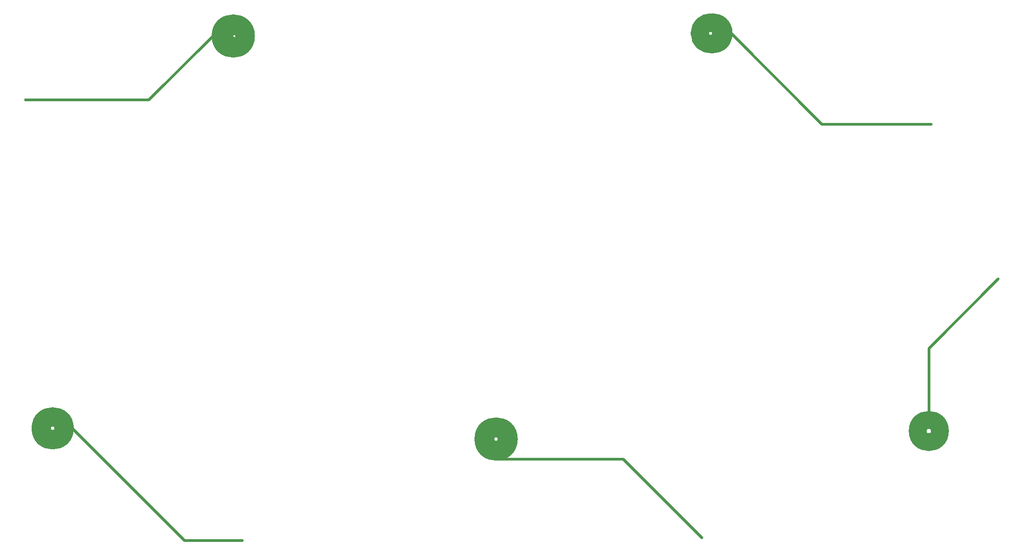
<source format=gbl>
%TF.GenerationSoftware,KiCad,Pcbnew,9.0.4*%
%TF.CreationDate,2025-11-17T00:44:37-05:00*%
%TF.ProjectId,new_plasma_pcb,6e65775f-706c-4617-936d-615f7063622e,rev?*%
%TF.SameCoordinates,Original*%
%TF.FileFunction,Copper,L2,Bot*%
%TF.FilePolarity,Positive*%
%FSLAX46Y46*%
G04 Gerber Fmt 4.6, Leading zero omitted, Abs format (unit mm)*
G04 Created by KiCad (PCBNEW 9.0.4) date 2025-11-17 00:44:37*
%MOMM*%
%LPD*%
G01*
G04 APERTURE LIST*
%TA.AperFunction,Conductor*%
%ADD10C,0.500000*%
%TD*%
%TA.AperFunction,EtchedComponent*%
%ADD11C,3.600000*%
%TD*%
%TA.AperFunction,EtchedComponent*%
%ADD12C,3.500000*%
%TD*%
%TA.AperFunction,EtchedComponent*%
%ADD13C,3.350000*%
%TD*%
%TA.AperFunction,EtchedComponent*%
%ADD14C,3.400000*%
%TD*%
%TA.AperFunction,EtchedComponent*%
%ADD15C,3.200000*%
%TD*%
%TA.AperFunction,ViaPad*%
%ADD16C,0.500000*%
%TD*%
%TA.AperFunction,ViaPad*%
%ADD17C,0.600000*%
%TD*%
G04 APERTURE END LIST*
D10*
%TO.N,0.3GND*%
X102100000Y-61000000D02*
G75*
G02*
X94500000Y-61000000I-3800000J0D01*
G01*
X94500000Y-61000000D02*
G75*
G02*
X102100000Y-61000000I3800000J0D01*
G01*
%TO.N,0.7GND*%
X232000000Y-135000000D02*
G75*
G02*
X225000000Y-135000000I-3500000J0D01*
G01*
X225000000Y-135000000D02*
G75*
G02*
X232000000Y-135000000I3500000J0D01*
G01*
%TO.N,0.4GND*%
X191500000Y-60500000D02*
G75*
G02*
X184500000Y-60500000I-3500000J0D01*
G01*
X184500000Y-60500000D02*
G75*
G02*
X191500000Y-60500000I3500000J0D01*
G01*
%TO.N,0.6GND*%
X151300000Y-136500000D02*
G75*
G02*
X143700000Y-136500000I-3800000J0D01*
G01*
X143700000Y-136500000D02*
G75*
G02*
X151300000Y-136500000I3800000J0D01*
G01*
%TO.N,0.5GND*%
X68200000Y-134500000D02*
G75*
G02*
X60800000Y-134500000I-3700000J0D01*
G01*
X60800000Y-134500000D02*
G75*
G02*
X68200000Y-134500000I3700000J0D01*
G01*
D11*
%TD*%
%TO.C,REF\u002A\u002A*%
X100500000Y-61000000D02*
G75*
G02*
X96500000Y-61000000I-2000000J0D01*
G01*
X96500000Y-61000000D02*
G75*
G02*
X100500000Y-61000000I2000000J0D01*
G01*
D12*
%TO.C,REF\u002A\u002A*%
X189650000Y-60500000D02*
G75*
G02*
X185650000Y-60500000I-2000000J0D01*
G01*
X185650000Y-60500000D02*
G75*
G02*
X189650000Y-60500000I2000000J0D01*
G01*
D13*
X149500000Y-136500000D02*
G75*
G02*
X145500000Y-136500000I-2000000J0D01*
G01*
X145500000Y-136500000D02*
G75*
G02*
X149500000Y-136500000I2000000J0D01*
G01*
D14*
X66500000Y-134500000D02*
G75*
G02*
X62500000Y-134500000I-2000000J0D01*
G01*
X62500000Y-134500000D02*
G75*
G02*
X66500000Y-134500000I2000000J0D01*
G01*
D15*
X230500000Y-135000000D02*
G75*
G02*
X226500000Y-135000000I-2000000J0D01*
G01*
X226500000Y-135000000D02*
G75*
G02*
X230500000Y-135000000I2000000J0D01*
G01*
%TD*%
D16*
%TO.N,0.4GND*%
X229000000Y-77500000D03*
%TO.N,0.5GND*%
X100000000Y-155500000D03*
D17*
%TO.N,0.3GND*%
X59500000Y-73000000D03*
D16*
%TO.N,0.6GND*%
X186000000Y-155000000D03*
%TO.N,0.7GND*%
X241500000Y-106500000D03*
%TD*%
D10*
%TO.N,0.4GND*%
X191500000Y-60500000D02*
X208500000Y-77500000D01*
X208500000Y-77500000D02*
X229000000Y-77500000D01*
%TO.N,0.5GND*%
X89200000Y-155500000D02*
X100000000Y-155500000D01*
X68200000Y-134500000D02*
X89200000Y-155500000D01*
%TO.N,0.3GND*%
X82500000Y-73000000D02*
X59500000Y-73000000D01*
X94500000Y-61000000D02*
X82500000Y-73000000D01*
%TO.N,0.6GND*%
X171300000Y-140300000D02*
X186000000Y-155000000D01*
X147500000Y-140300000D02*
X171300000Y-140300000D01*
%TO.N,0.7GND*%
X228500000Y-119500000D02*
X241500000Y-106500000D01*
X228500000Y-131500000D02*
X228500000Y-119500000D01*
%TD*%
M02*

</source>
